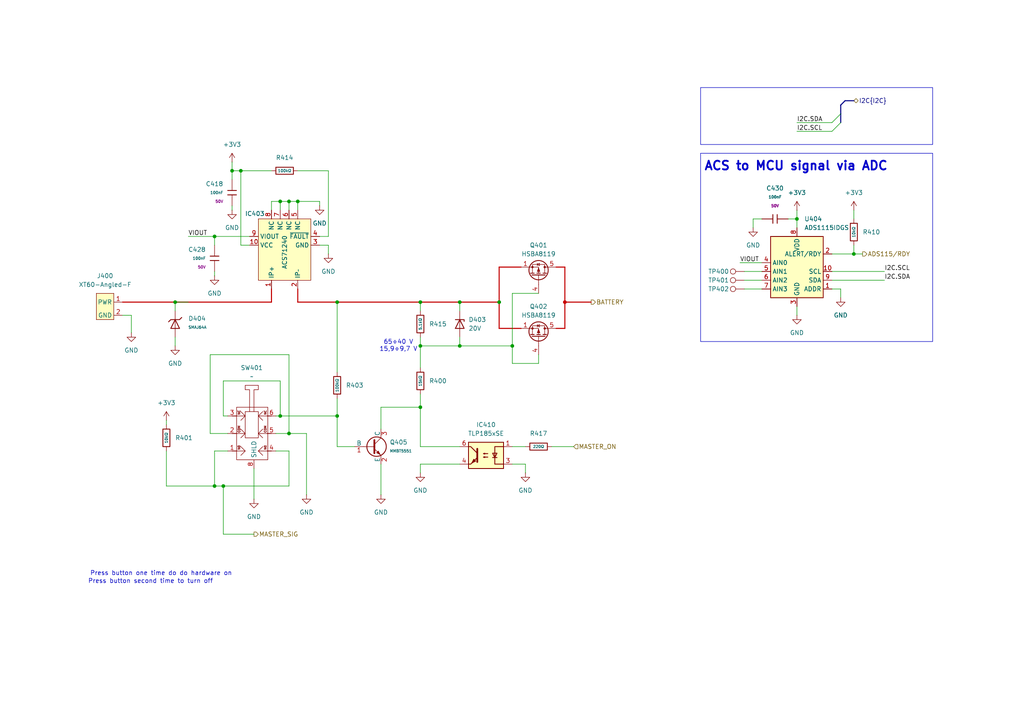
<source format=kicad_sch>
(kicad_sch (version 20250114) (generator "eeschema") (generator_version "9.0")
  (paper "A4")
  (lib_symbols
    (symbol "0402,10kΩ_1" (pin_numbers (hide yes)) (pin_names (offset 0))
      (property "Reference" "R" (at 1.778 0 0))
      (property "Value" "10kΩ" (at 0 0 90))
      (symbol "0402,10kΩ_1_0_1"
        (rectangle (start -1.016 2.54) (end 1.016 -2.54) (stroke (width 0.254)))
      )
      (symbol "0402,10kΩ_1_1_1"
        (pin passive line (at 0 3.81 270) (length 1.27) (name "~") (number "1"))
        (pin passive line (at 0 -3.81 90) (length 1.27) (name "~") (number "2"))
      )
    )
    (symbol "ACS71240KEXBLT-030B3:ACS71240KEXBLT-030B3"
      (property "Reference" "IC" (at 1.524 1.27 0))
      (property "Value" "ACS71240" (at 8.89 -7.62 0))
      (symbol "ACS71240KEXBLT-030B3_0_0"
        (pin input line (at -2.54 -3.81 0) (length 2.54) (name "IP+") (number "1"))
        (pin input line (at -2.54 -11.43 0) (length 2.54) (name "IP–") (number "2"))
        (pin power_in line (at 10.16 2.54 270) (length 2.54) (name "VCC") (number "10"))
        (pin power_in line (at 10.16 -17.78 90) (length 2.54) (name "GND") (number "3"))
        (pin output line (at 12.7 -17.78 90) (length 2.54) (name "~{FAULT}") (number "4"))
        (pin passive line (at 20.32 -3.81 180) (length 2.54) (name "NC") (number "8"))
        (pin passive line (at 20.32 -6.35 180) (length 2.54) (name "NC") (number "7"))
        (pin passive line (at 20.32 -8.89 180) (length 2.54) (name "NC") (number "6"))
        (pin passive line (at 20.32 -11.43 180) (length 2.54) (name "NC") (number "5"))
      )
      (symbol "ACS71240KEXBLT-030B3_1_0"
        (pin output line (at 12.7 2.54 270) (length 2.54) (name "VIOUT") (number "9"))
      )
      (symbol "ACS71240KEXBLT-030B3_1_1"
        (rectangle (start 0 0) (end 17.78 -15.24) (fill (type background)))
      )
    )
    (symbol "Connector:TestPoint" (pin_numbers (hide yes)) (pin_names (offset 0.762) (hide yes))
      (property "Reference" "TP" (at 0 6.858 0))
      (property "Value" "TestPoint" (at 0 5.08 0))
      (symbol "TestPoint_0_1"
        (circle (center 0 3.302) (radius 0.762))
      )
      (symbol "TestPoint_1_1"
        (pin passive line (at 0 0 90) (length 2.54) (name "1") (number "1"))
      )
    )
    (symbol "Device:D_Zener" (pin_numbers (hide yes)) (pin_names (offset 1.016) (hide yes))
      (property "Reference" "D" (at 0 2.54 0))
      (property "Value" "D_Zener" (at 0 -2.54 0))
      (symbol "D_Zener_0_1"
        (polyline (pts (xy -1.27 -1.27) (xy -1.27 1.27) (xy -0.762 1.27)) (stroke (width 0.254)))
        (polyline (pts (xy 1.27 0) (xy -1.27 0)))
        (polyline (pts (xy 1.27 -1.27) (xy 1.27 1.27) (xy -1.27 0) (xy 1.27 -1.27)) (stroke (width 0.254)))
      )
      (symbol "D_Zener_1_1"
        (pin passive line (at -3.81 0 0) (length 2.54) (name "K") (number "1"))
        (pin passive line (at 3.81 0 180) (length 2.54) (name "A") (number "2"))
      )
    )
    (symbol "Isolator:TLP185xSE"
      (property "Reference" "U" (at -5.08 5.08 0))
      (property "Value" "TLP185xSE" (at -5.08 -5.08 0))
      (symbol "TLP185xSE_0_1"
        (rectangle (start -5.08 3.81) (end 5.08 -3.81) (stroke (width 0.254)) (fill (type background)))
        (polyline (pts (xy -5.08 -2.54) (xy -2.54 -2.54) (xy -2.54 2.54) (xy -5.08 2.54)) (stroke (width 0.254)))
        (polyline (pts (xy -3.175 -0.635) (xy -1.905 -0.635)) (stroke (width 0.254)))
        (polyline (pts (xy -2.54 -0.635) (xy -3.175 0.635) (xy -1.905 0.635) (xy -2.54 -0.635)) (stroke (width 0.254)))
        (polyline (pts (xy -0.508 0.508) (xy 0.762 0.508) (xy 0.381 0.381) (xy 0.381 0.635) (xy 0.762 0.508)) (stroke (width 0.254)))
        (polyline (pts (xy -0.508 -0.508) (xy 0.762 -0.508) (xy 0.381 -0.635) (xy 0.381 -0.381) (xy 0.762 -0.508)) (stroke (width 0.254)))
        (polyline (pts (xy 2.54 1.905) (xy 2.54 -1.905)) (stroke (width 0.508)))
        (polyline (pts (xy 3.048 -1.651) (xy 3.556 -1.143) (xy 4.064 -2.159) (xy 3.048 -1.651)) (stroke (width 0.254)) (fill (type outline)))
        (polyline (pts (xy 5.08 2.54) (xy 4.445 2.54) (xy 2.54 0.635)) (stroke (width 0.254)))
        (polyline (pts (xy 5.08 -2.54) (xy 4.445 -2.54) (xy 2.54 -0.635)) (stroke (width 0.254)))
      )
      (symbol "TLP185xSE_1_1"
        (pin passive line (at -7.62 2.54 0) (length 2.54) (name "~") (number "1"))
        (pin passive line (at -7.62 -2.54 0) (length 2.54) (name "~") (number "3"))
        (pin passive line (at 7.62 2.54 180) (length 2.54) (name "~") (number "6"))
        (pin passive line (at 7.62 -2.54 180) (length 2.54) (name "~") (number "4"))
      )
    )
    (symbol "MCAC80P06YHE3:MCAC80P06YHE3"
      (property "Reference" "Q" (at 0 5.08 0))
      (property "Value" "HSBA8119" (at 0 3.048 0))
      (symbol "MCAC80P06YHE3_0_1"
        (polyline (pts (xy -2.54 0) (xy -1.778 0)))
        (polyline (pts (xy -2.286 -1.778) (xy -1.27 -1.778)) (stroke (width 0.254)))
        (polyline (pts (xy -1.905 -2.286) (xy 1.905 -2.286)) (stroke (width 0.254)))
        (circle (center -1.778 0) (radius 0.254) (fill (type outline)))
        (polyline (pts (xy -1.778 -1.778) (xy -1.778 0.762) (xy 1.778 0.762) (xy 1.778 -1.778)))
        (polyline (pts (xy -0.508 -1.778) (xy 0.508 -1.778)) (stroke (width 0.254)))
        (polyline (pts (xy 0 -0.254) (xy -0.381 -1.27) (xy 0.381 -1.27) (xy 0 -0.254)) (fill (type outline)))
        (circle (center 0 -0.889) (radius 2.794) (stroke (width 0.254)))
        (polyline (pts (xy 0 -2.286) (xy 0 -5.08)))
        (polyline (pts (xy 0.381 0.762) (xy -0.254 0.381) (xy -0.254 1.143) (xy 0.381 0.762)))
        (polyline (pts (xy 0.381 0.381) (xy 0.381 1.143)))
        (polyline (pts (xy 1.27 -1.778) (xy 2.286 -1.778)) (stroke (width 0.254)))
        (circle (center 1.778 0) (radius 0.254) (fill (type outline)))
        (polyline (pts (xy 2.54 0) (xy 0 0) (xy 0 -1.778)))
      )
      (symbol "MCAC80P06YHE3_1_0"
        (pin passive line (at -5.08 0 0) (length 2.54) (name "") (number "5"))
        (pin passive line (at -5.08 0 0) (length 2.54) (hide yes) (name "") (number "6"))
        (pin passive line (at -5.08 0 0) (length 2.54) (hide yes) (name "") (number "7"))
        (pin passive line (at -5.08 0 0) (length 2.54) (hide yes) (name "") (number "8"))
        (pin passive line (at -5.08 0 0) (length 2.54) (hide yes) (name "") (number "9"))
        (pin input line (at 0 -7.62 90) (length 2.54) (name "") (number "4"))
      )
      (symbol "MCAC80P06YHE3_1_1"
        (pin passive line (at 5.08 0 180) (length 2.54) (name "") (number "1"))
        (pin passive line (at 5.08 0 180) (length 2.54) (hide yes) (name "") (number "2"))
        (pin passive line (at 5.08 0 180) (length 2.54) (hide yes) (name "") (number "3"))
      )
    )
    (symbol "PCM_JLCPCB-Capacitors:0402,100nF,(2)" (pin_numbers (hide yes)) (pin_names (offset 0))
      (property "Reference" "C" (at 2.032 1.668 0))
      (property "Value" "100nF" (at 2.032 -0.3782 0))
      (property "Voltage Rated" "50V" (at 2.032 -2.0462 0))
      (symbol "0402,100nF,(2)_0_1"
        (polyline (pts (xy -1.27 0.635) (xy 1.27 0.635)) (stroke (width 0.254)))
        (polyline (pts (xy -1.27 -0.635) (xy 1.27 -0.635)) (stroke (width 0.254)))
      )
      (symbol "0402,100nF,(2)_1_1"
        (pin passive line (at 0 3.81 270) (length 3.175) (name "~") (number "1"))
        (pin passive line (at 0 -3.81 90) (length 3.175) (name "~") (number "2"))
      )
    )
    (symbol "PCM_JLCPCB-Diodes:TVS-Uni,SMAJ64A" (pin_numbers (hide yes)) (pin_names (offset 0))
      (property "Reference" "D" (at 2.032 0.834 0))
      (property "Value" "SMAJ64A" (at 2.032 -1.2122 0))
      (symbol "TVS-Uni,SMAJ64A_0_1"
        (polyline (pts (xy -1.905 -1.905) (xy -1.27 -1.27) (xy 1.27 -1.27) (xy 1.905 -0.635)) (stroke (width 0.254)))
        (polyline (pts (xy -1.27 1.27) (xy 0 -1.27) (xy 1.27 1.27) (xy -1.27 1.27)) (stroke (width 0.254)))
      )
      (symbol "TVS-Uni,SMAJ64A_1_1"
        (pin passive line (at 0 3.81 270) (length 3.81) (name "~") (number "2"))
        (pin passive line (at 0 -3.81 90) (length 3.81) (name "~") (number "1"))
      )
    )
    (symbol "PCM_JLCPCB-Extended:ADC, ADS1115IDGS"
      (property "Reference" "U" (at 2.54 13.97 0))
      (property "Value" "ADS1115IDGS" (at 7.62 11.43 0))
      (symbol "ADC, ADS1115IDGS_0_1"
        (rectangle (start -7.62 10.16) (end 7.62 -7.62) (stroke (width 0.254)) (fill (type background)))
      )
      (symbol "ADC, ADS1115IDGS_1_1"
        (pin input line (at -10.16 2.54 0) (length 2.54) (name "AIN0") (number "4"))
        (pin input line (at -10.16 0 0) (length 2.54) (name "AIN1") (number "5"))
        (pin input line (at -10.16 -2.54 0) (length 2.54) (name "AIN2") (number "6"))
        (pin input line (at -10.16 -5.08 0) (length 2.54) (name "AIN3") (number "7"))
        (pin power_in line (at 0 12.7 270) (length 2.54) (name "VDD") (number "8"))
        (pin power_in line (at 0 -10.16 90) (length 2.54) (name "GND") (number "3"))
        (pin output line (at 10.16 5.08 180) (length 2.54) (name "ALERT/RDY") (number "2"))
        (pin input line (at 10.16 0 180) (length 2.54) (name "SCL") (number "10"))
        (pin bidirectional line (at 10.16 -2.54 180) (length 2.54) (name "SDA") (number "9"))
        (pin input line (at 10.16 -5.08 180) (length 2.54) (name "ADDR") (number "1"))
      )
    )
    (symbol "PCM_JLCPCB-Resistors:0402,100kΩ" (pin_numbers (hide yes)) (pin_names (offset 0))
      (property "Reference" "R" (at 1.778 0 0))
      (property "Value" "100kΩ" (at 0 0 90))
      (symbol "0402,100kΩ_0_1"
        (rectangle (start -1.016 2.54) (end 1.016 -2.54) (stroke (width 0.254)))
      )
      (symbol "0402,100kΩ_1_1"
        (pin passive line (at 0 3.81 270) (length 1.27) (name "~") (number "1"))
        (pin passive line (at 0 -3.81 90) (length 1.27) (name "~") (number "2"))
      )
    )
    (symbol "PCM_JLCPCB-Resistors:0402,10kΩ" (pin_numbers (hide yes)) (pin_names (offset 0))
      (property "Reference" "R" (at 1.778 0 0))
      (property "Value" "10kΩ" (at 0 0 90))
      (symbol "0402,10kΩ_0_1"
        (rectangle (start -1.016 2.54) (end 1.016 -2.54) (stroke (width 0.254)))
      )
      (symbol "0402,10kΩ_1_1"
        (pin passive line (at 0 3.81 270) (length 1.27) (name "~") (number "1"))
        (pin passive line (at 0 -3.81 90) (length 1.27) (name "~") (number "2"))
      )
    )
    (symbol "PCM_JLCPCB-Resistors:0402,220Ω" (pin_numbers (hide yes)) (pin_names (offset 0))
      (property "Reference" "R" (at 1.778 0 0))
      (property "Value" "220Ω" (at 0 0 90))
      (symbol "0402,220Ω_0_1"
        (rectangle (start -1.016 2.54) (end 1.016 -2.54) (stroke (width 0.254)))
      )
      (symbol "0402,220Ω_1_1"
        (pin passive line (at 0 3.81 270) (length 1.27) (name "~") (number "1"))
        (pin passive line (at 0 -3.81 90) (length 1.27) (name "~") (number "2"))
      )
    )
    (symbol "PCM_JLCPCB-Resistors:0603,100kΩ" (pin_numbers (hide yes)) (pin_names (offset 0))
      (property "Reference" "R" (at 1.778 0 0))
      (property "Value" "100kΩ" (at 0 0 90))
      (symbol "0603,100kΩ_0_1"
        (rectangle (start -1.016 2.54) (end 1.016 -2.54) (stroke (width 0.254)))
      )
      (symbol "0603,100kΩ_1_1"
        (pin passive line (at 0 3.81 270) (length 1.27) (name "~") (number "1"))
        (pin passive line (at 0 -3.81 90) (length 1.27) (name "~") (number "2"))
      )
    )
    (symbol "PCM_JLCPCB-Resistors:0603,15kΩ" (pin_numbers (hide yes)) (pin_names (offset 0))
      (property "Reference" "R" (at 1.778 0 0))
      (property "Value" "15kΩ" (at 0 0 90))
      (symbol "0603,15kΩ_0_1"
        (rectangle (start -1.016 2.54) (end 1.016 -2.54) (stroke (width 0.254)))
      )
      (symbol "0603,15kΩ_1_1"
        (pin passive line (at 0 3.81 270) (length 1.27) (name "~") (number "1"))
        (pin passive line (at 0 -3.81 90) (length 1.27) (name "~") (number "2"))
      )
    )
    (symbol "PCM_JLCPCB-Resistors:0603,5.1kΩ" (pin_numbers (hide yes)) (pin_names (offset 0))
      (property "Reference" "R" (at 1.778 0 0))
      (property "Value" "5.1kΩ" (at 0 0 90))
      (symbol "0603,5.1kΩ_0_1"
        (rectangle (start -1.016 2.54) (end 1.016 -2.54) (stroke (width 0.254)))
      )
      (symbol "0603,5.1kΩ_1_1"
        (pin passive line (at 0 3.81 270) (length 1.27) (name "~") (number "1"))
        (pin passive line (at 0 -3.81 90) (length 1.27) (name "~") (number "2"))
      )
    )
    (symbol "PCM_JLCPCB-Transistors:NPN,MMBT5551" (pin_names (offset 0))
      (property "Reference" "Q" (at 4.8514 0.834 0))
      (property "Value" "MMBT5551" (at 4.8514 -1.2122 0))
      (symbol "NPN,MMBT5551_0_1"
        (polyline (pts (xy -2.54 0) (xy 0.635 0)) (stroke (width 0.1524)))
        (polyline (pts (xy 0.635 1.905) (xy 0.635 -1.905) (xy 0.635 -1.905)) (stroke (width 0.508)))
        (polyline (pts (xy 0.635 0.635) (xy 2.54 2.54)))
        (polyline (pts (xy 0.635 -0.635) (xy 2.54 -2.54) (xy 2.54 -2.54)))
        (circle (center 1.27 0) (radius 2.8194) (stroke (width 0.254)))
        (polyline (pts (xy 1.27 -1.778) (xy 1.778 -1.27) (xy 2.286 -2.286) (xy 1.27 -1.778) (xy 1.27 -1.778)) (fill (type outline)))
        (polyline (pts (xy 2.794 -1.27) (xy 2.794 -1.27)) (stroke (width 0.1524)))
        (polyline (pts (xy 2.794 -1.27) (xy 2.794 -1.27)) (stroke (width 0.1524)))
      )
      (symbol "NPN,MMBT5551_1_1"
        (pin input line (at -5.08 0 0) (length 2.54) (name "B") (number "1"))
        (pin open_collector line (at 2.54 5.08 270) (length 2.54) (name "C") (number "3"))
        (pin open_emitter line (at 2.54 -5.08 90) (length 2.54) (name "E") (number "2"))
      )
    )
    (symbol "PS-22F03:PS-22F03"
      (property "Reference" "SW401" (at 19.05 0.635 90))
      (property "Value" "~" (at 16.51 0.635 90))
      (symbol "PS-22F03_0_1"
        (rectangle (start -7.62 5.0318) (end 7.62 -4.0143))
        (polyline (pts (xy -5.08 6.35) (xy -5.08 2.54)))
        (polyline (pts (xy -5.08 2.54) (xy -6.35 3.81)))
        (polyline (pts (xy -5.08 2.54) (xy -3.81 3.81)))
        (polyline (pts (xy -5.08 -1.27) (xy -6.35 -2.54)))
        (polyline (pts (xy -5.08 -1.27) (xy -3.81 -2.54)))
        (polyline (pts (xy -5.08 -5.08) (xy -5.08 -1.27)))
        (rectangle (start -1.27 2.54) (end 6.35 -1.27))
        (polyline (pts (xy 0 6.35) (xy 0 2.54)))
        (polyline (pts (xy 0 2.54) (xy -1.27 3.81)))
        (polyline (pts (xy 0 2.54) (xy 1.27 3.81)))
        (polyline (pts (xy 0 -1.27) (xy -1.27 -2.54)))
        (polyline (pts (xy 0 -1.27) (xy 1.27 -2.54)))
        (polyline (pts (xy 0 -5.08) (xy 0 -1.27)))
        (polyline (pts (xy 5.08 6.35) (xy 5.08 2.54)))
        (polyline (pts (xy 5.08 2.54) (xy 3.81 3.81)))
        (polyline (pts (xy 5.08 2.54) (xy 6.35 3.81)))
        (polyline (pts (xy 5.08 -1.27) (xy 3.81 -2.54)))
        (polyline (pts (xy 5.08 -1.27) (xy 6.35 -2.54)))
        (polyline (pts (xy 5.08 -5.08) (xy 5.08 -1.27)))
        (polyline (pts (xy 6.35 1.27) (xy 12.7 1.27) (xy 12.7 2.54) (xy 13.97 2.54) (xy 13.97 -1.27) (xy 12.7 -1.27) (xy 12.7 0) (xy 6.35 0)))
        (polyline (pts (xy 10.16 0) (xy 10.16 0)))
      )
      (symbol "PS-22F03_1_1"
        (text "N0\n" (at -4.064 4.318 0) (effects (font (size 0.635 0.635))))
        (text "N0\n" (at -4.064 -3.302 0) (effects (font (size 0.635 0.635))))
        (text "COM" (at 1.27 4.318 0) (effects (font (size 0.635 0.635))))
        (text "COM" (at 1.27 -3.302 0) (effects (font (size 0.635 0.635))))
        (text "NC\n" (at 6.096 4.318 0) (effects (font (size 0.635 0.635))))
        (text "NC\n" (at 6.096 -3.302 0) (effects (font (size 0.635 0.635))))
        (pin input line (at -10.16 0 0) (length 2.54) (hide yes) (name "SHLD") (number "7"))
        (pin input line (at -10.16 0 0) (length 2.54) (name "SHLD") (number "8"))
        (pin input line (at -5.08 7.62 270) (length 2.54) (name "NO") (number "1"))
        (pin input line (at -5.08 -6.35 90) (length 2.54) (name "NO") (number "4"))
        (pin input line (at 0 7.62 270) (length 2.54) (name "COM") (number "2"))
        (pin input line (at 0 -6.35 90) (length 2.54) (name "COM") (number "5"))
        (pin input line (at 5.08 7.62 270) (length 2.54) (name "NC") (number "3"))
        (pin input line (at 5.08 -6.35 90) (length 2.54) (name "NC") (number "6"))
      )
    )
    (symbol "XT60PW:XT60-Angled-F"
      (property "Reference" "J" (at -0.762 7.112 0))
      (property "Value" "XT60-Angled-F" (at -0.762 7.112 0))
      (symbol "XT60-Angled-F_1_1"
        (rectangle (start -2.54 3.81) (end 2.54 -3.81) (fill (type background)))
        (pin input line (at 5.08 1.27 180) (length 2.54) (name "PWR") (number "1"))
        (pin input line (at 5.08 -2.54 180) (length 2.54) (name "GND") (number "2"))
      )
    )
    (symbol "power:+3V3" (power) (pin_numbers (hide yes)) (pin_names (offset 0) (hide yes))
      (property "Value" "+3V3" (at 0 3.556 0))
      (symbol "+3V3_0_1"
        (polyline (pts (xy -0.762 1.27) (xy 0 2.54)))
        (polyline (pts (xy 0 2.54) (xy 0.762 1.27)))
        (polyline (pts (xy 0 0) (xy 0 2.54)))
      )
      (symbol "+3V3_1_1"
        (pin power_in line (at 0 0 90) (length 0) (name "~") (number "1"))
      )
    )
    (symbol "power:GND" (power) (pin_numbers (hide yes)) (pin_names (offset 0) (hide yes))
      (property "Value" "GND" (at 0 -3.81 0))
      (symbol "GND_0_1"
        (polyline (pts (xy 0 0) (xy 0 -1.27) (xy 1.27 -1.27) (xy 0 -2.54) (xy -1.27 -1.27) (xy 0 -1.27)))
      )
      (symbol "GND_1_1"
        (pin power_in line (at 0 0 270) (length 0) (name "~") (number "1"))
      )
    )
  )
  (rectangle (start 203.2 44.45) (end 270.51 99.06))
  (rectangle (start 203.2 25.4) (end 270.51 41.91))
  (text "Press button second time to turn off" (at 43.688 168.656 0) (effects (font (size 1.27 1.27))))
  (text "65÷40 V\n15,9÷9,7 V" (at 115.57 100.33 0) (effects (font (size 1.27 1.27))))
  (text "ACS to MCU signal via ADC" (at 230.886 48.26 0) (effects (font (size 2.54 2.54) (thickness 0.508) (bold yes))))
  (text "Press button one time do do hardware on" (at 46.736 166.37 0) (effects (font (size 1.27 1.27))))
  (junction (at 83.82 125.73))
  (junction (at 97.79 120.65))
  (junction (at 81.28 120.65))
  (junction (at 81.28 58.42))
  (junction (at 67.31 49.53))
  (junction (at 121.92 87.63))
  (junction (at 62.23 140.97))
  (junction (at 247.65 73.66))
  (junction (at 121.92 118.11))
  (junction (at 163.83 87.63) (color 194 0 0 1))
  (junction (at 86.36 58.42))
  (junction (at 144.78 87.63))
  (junction (at 231.14 63.5))
  (junction (at 62.23 68.58))
  (junction (at 148.59 100.33))
  (junction (at 69.85 49.53))
  (junction (at 50.8 87.63))
  (junction (at 83.82 58.42))
  (junction (at 133.35 87.63))
  (junction (at 97.79 87.63))
  (junction (at 121.92 100.33))
  (junction (at 64.77 140.97))
  (junction (at 133.35 100.33))
  (bus_entry (at 243.84 35.56) (size -2.54 2.54))
  (bus_entry (at 243.84 33.02) (size -2.54 2.54))
  (wire (pts (xy 83.82 60.96) (xy 83.82 58.42)))
  (wire (pts (xy 152.4 137.16) (xy 152.4 134.62)))
  (wire (pts (xy 86.36 87.63) (xy 97.79 87.63)) (stroke (width 0.3048) (color 194 0 0 1)))
  (wire (pts (xy 166.37 129.54) (xy 160.02 129.54)))
  (wire (pts (xy 86.36 49.53) (xy 95.25 49.53)))
  (wire (pts (xy 69.85 49.53) (xy 69.85 71.12)))
  (wire (pts (xy 66.04 130.81) (xy 62.23 130.81)))
  (wire (pts (xy 35.56 87.63) (xy 50.8 87.63)) (stroke (width 0.3048) (color 194 0 0 1)))
  (wire (pts (xy 247.65 60.96) (xy 247.65 63.5)))
  (wire (pts (xy 83.82 58.42) (xy 86.36 58.42)))
  (wire (pts (xy 241.3 35.56) (xy 231.14 35.56)))
  (wire (pts (xy 38.1 91.44) (xy 35.56 91.44)))
  (wire (pts (xy 81.28 58.42) (xy 81.28 60.96)))
  (wire (pts (xy 218.44 66.04) (xy 218.44 63.5)))
  (wire (pts (xy 67.31 59.69) (xy 67.31 60.96)))
  (wire (pts (xy 161.29 77.47) (xy 163.83 77.47)) (stroke (width 0.3048) (color 194 0 0 1)))
  (wire (pts (xy 64.77 110.49) (xy 64.77 120.65)))
  (wire (pts (xy 241.3 78.74) (xy 256.54 78.74)))
  (wire (pts (xy 88.9 143.51) (xy 88.9 125.73)))
  (wire (pts (xy 247.65 73.66) (xy 247.65 71.12)))
  (wire (pts (xy 50.8 87.63) (xy 78.74 87.63)) (stroke (width 0.3048) (color 194 0 0 1)))
  (wire (pts (xy 231.14 63.5) (xy 231.14 66.04)))
  (wire (pts (xy 144.78 87.63) (xy 144.78 95.25)) (stroke (width 0.3048) (color 194 0 0 1)))
  (wire (pts (xy 67.31 49.53) (xy 67.31 52.07)))
  (wire (pts (xy 83.82 102.87) (xy 60.96 102.87)))
  (wire (pts (xy 62.23 68.58) (xy 72.39 68.58)))
  (wire (pts (xy 121.92 129.54) (xy 133.35 129.54)))
  (wire (pts (xy 121.92 114.3) (xy 121.92 118.11)))
  (wire (pts (xy 215.9 81.28) (xy 220.98 81.28)))
  (wire (pts (xy 215.9 83.82) (xy 220.98 83.82)))
  (wire (pts (xy 121.92 87.63) (xy 121.92 90.17)))
  (wire (pts (xy 110.49 124.46) (xy 110.49 118.11)))
  (wire (pts (xy 241.3 73.66) (xy 247.65 73.66)))
  (wire (pts (xy 97.79 129.54) (xy 102.87 129.54)))
  (wire (pts (xy 97.79 120.65) (xy 97.79 129.54)))
  (wire (pts (xy 97.79 87.63) (xy 121.92 87.63)) (stroke (width 0.3048) (color 194 0 0 1)))
  (wire (pts (xy 241.3 83.82) (xy 243.84 83.82)))
  (wire (pts (xy 81.28 58.42) (xy 83.82 58.42)))
  (wire (pts (xy 50.8 100.33) (xy 50.8 97.79)))
  (wire (pts (xy 121.92 87.63) (xy 133.35 87.63)) (stroke (width 0.3048) (color 194 0 0 1)))
  (wire (pts (xy 163.83 87.63) (xy 163.83 95.25)) (stroke (width 0.3048) (color 194 0 0 1)))
  (wire (pts (xy 80.01 125.73) (xy 83.82 125.73)))
  (wire (pts (xy 86.36 58.42) (xy 86.36 60.96)))
  (wire (pts (xy 86.36 83.82) (xy 86.36 87.63)) (stroke (width 0.3048) (color 194 0 0 1)))
  (wire (pts (xy 64.77 140.97) (xy 83.82 140.97)))
  (wire (pts (xy 80.01 120.65) (xy 81.28 120.65)))
  (wire (pts (xy 121.92 118.11) (xy 121.92 129.54)))
  (wire (pts (xy 152.4 129.54) (xy 148.59 129.54)))
  (wire (pts (xy 215.9 78.74) (xy 220.98 78.74)))
  (wire (pts (xy 148.59 100.33) (xy 148.59 105.41)))
  (wire (pts (xy 67.31 46.99) (xy 67.31 49.53)))
  (bus (pts (xy 243.84 33.02) (xy 243.84 35.56)))
  (wire (pts (xy 121.92 100.33) (xy 133.35 100.33)))
  (wire (pts (xy 78.74 58.42) (xy 81.28 58.42)))
  (wire (pts (xy 163.83 77.47) (xy 163.83 87.63)) (stroke (width 0.3048) (color 194 0 0 1)))
  (wire (pts (xy 231.14 60.96) (xy 231.14 63.5)))
  (wire (pts (xy 218.44 63.5) (xy 220.98 63.5)))
  (wire (pts (xy 133.35 87.63) (xy 144.78 87.63)) (stroke (width 0.3048) (color 194 0 0 1)))
  (wire (pts (xy 64.77 154.94) (xy 64.77 140.97)))
  (wire (pts (xy 156.21 105.41) (xy 156.21 102.87)))
  (wire (pts (xy 83.82 125.73) (xy 83.82 102.87)))
  (wire (pts (xy 72.39 71.12) (xy 69.85 71.12)))
  (wire (pts (xy 83.82 140.97) (xy 83.82 130.81)))
  (wire (pts (xy 97.79 115.57) (xy 97.79 120.65)))
  (wire (pts (xy 241.3 81.28) (xy 256.54 81.28)))
  (bus (pts (xy 245.11 29.21) (xy 243.84 30.48)))
  (wire (pts (xy 110.49 118.11) (xy 121.92 118.11)))
  (wire (pts (xy 163.83 87.63) (xy 171.45 87.63)) (stroke (width 0.3048) (color 194 0 0 1)))
  (wire (pts (xy 95.25 68.58) (xy 92.71 68.58)))
  (wire (pts (xy 148.59 105.41) (xy 156.21 105.41)))
  (wire (pts (xy 152.4 134.62) (xy 148.59 134.62)))
  (wire (pts (xy 144.78 77.47) (xy 144.78 87.63)) (stroke (width 0.3048) (color 194 0 0 1)))
  (wire (pts (xy 62.23 140.97) (xy 64.77 140.97)))
  (wire (pts (xy 121.92 97.79) (xy 121.92 100.33)))
  (bus (pts (xy 247.65 29.21) (xy 245.11 29.21)))
  (wire (pts (xy 95.25 49.53) (xy 95.25 68.58)))
  (wire (pts (xy 62.23 78.74) (xy 62.23 80.01)))
  (wire (pts (xy 67.31 49.53) (xy 69.85 49.53)))
  (wire (pts (xy 228.6 63.5) (xy 231.14 63.5)))
  (wire (pts (xy 78.74 60.96) (xy 78.74 58.42)))
  (wire (pts (xy 133.35 134.62) (xy 121.92 134.62)))
  (wire (pts (xy 92.71 58.42) (xy 92.71 59.69)))
  (bus (pts (xy 243.84 30.48) (xy 243.84 33.02)))
  (wire (pts (xy 86.36 58.42) (xy 92.71 58.42)))
  (wire (pts (xy 62.23 130.81) (xy 62.23 140.97)))
  (wire (pts (xy 73.66 135.89) (xy 73.66 144.78)))
  (wire (pts (xy 133.35 87.63) (xy 133.35 90.17)))
  (wire (pts (xy 60.96 125.73) (xy 66.04 125.73)))
  (wire (pts (xy 133.35 100.33) (xy 148.59 100.33)))
  (wire (pts (xy 92.71 71.12) (xy 95.25 71.12)))
  (wire (pts (xy 48.26 130.81) (xy 48.26 140.97)))
  (wire (pts (xy 50.8 87.63) (xy 54.61 87.63)))
  (wire (pts (xy 81.28 110.49) (xy 64.77 110.49)))
  (wire (pts (xy 243.84 83.82) (xy 243.84 86.36)))
  (wire (pts (xy 81.28 110.49) (xy 81.28 120.65)))
  (wire (pts (xy 148.59 85.09) (xy 148.59 100.33)))
  (wire (pts (xy 231.14 88.9) (xy 231.14 91.44)))
  (wire (pts (xy 95.25 71.12) (xy 95.25 73.66)))
  (wire (pts (xy 60.96 102.87) (xy 60.96 125.73)))
  (wire (pts (xy 48.26 140.97) (xy 62.23 140.97)))
  (wire (pts (xy 161.29 95.25) (xy 163.83 95.25)) (stroke (width 0.3048) (color 194 0 0 1)))
  (wire (pts (xy 64.77 120.65) (xy 66.04 120.65)))
  (wire (pts (xy 156.21 85.09) (xy 148.59 85.09)))
  (wire (pts (xy 121.92 100.33) (xy 121.92 106.68)))
  (wire (pts (xy 214.63 76.2) (xy 220.98 76.2)))
  (wire (pts (xy 69.85 49.53) (xy 78.74 49.53)))
  (wire (pts (xy 97.79 87.63) (xy 97.79 107.95)))
  (wire (pts (xy 247.65 73.66) (xy 250.19 73.66)))
  (wire (pts (xy 48.26 121.92) (xy 48.26 123.19)))
  (wire (pts (xy 241.3 38.1) (xy 231.14 38.1)))
  (wire (pts (xy 88.9 125.73) (xy 83.82 125.73)))
  (wire (pts (xy 73.66 154.94) (xy 64.77 154.94)))
  (wire (pts (xy 62.23 71.12) (xy 62.23 68.58)))
  (wire (pts (xy 54.61 68.58) (xy 62.23 68.58)))
  (wire (pts (xy 83.82 130.81) (xy 80.01 130.81)))
  (wire (pts (xy 110.49 134.62) (xy 110.49 143.51)))
  (wire (pts (xy 133.35 97.79) (xy 133.35 100.33)))
  (wire (pts (xy 81.28 120.65) (xy 97.79 120.65)))
  (wire (pts (xy 144.78 95.25) (xy 151.13 95.25)) (stroke (width 0.3048) (color 194 0 0 1)))
  (wire (pts (xy 50.8 90.17) (xy 50.8 87.63)))
  (wire (pts (xy 38.1 91.44) (xy 38.1 96.52)))
  (wire (pts (xy 144.78 77.47) (xy 151.13 77.47)) (stroke (width 0.3048) (color 194 0 0 1)))
  (wire (pts (xy 121.92 137.16) (xy 121.92 134.62)))
  (wire (pts (xy 78.74 87.63) (xy 78.74 83.82)) (stroke (width 0.3048) (color 194 0 0 1)))
  (label "I2C.SDA" (at 231.14 35.56 0))
  (label "I2C.SDA" (at 256.54 81.28 0))
  (label "VIOUT" (at 214.63 76.2 0))
  (label "I2C.SCL" (at 256.54 78.74 0))
  (label "VIOUT" (at 54.61 68.58 0))
  (label "I2C.SCL" (at 231.14 38.1 0))
  (hierarchical_label "MASTER_ON" (shape input) (at 166.37 129.54 0))
  (hierarchical_label "MASTER_SIG" (shape output) (at 73.66 154.94 0))
  (hierarchical_label "ADS115{slash}RDY" (shape output) (at 250.19 73.66 0))
  (hierarchical_label "I2C{I2C}" (shape bidirectional) (at 247.65 29.21 0))
  (hierarchical_label "BATTERY" (shape output) (at 171.45 87.63 0))
  (symbol (lib_id "power:GND") (at 67.31 60.96 0) (unit 1)
    (property "Reference" "#PWR0456" (effects (hide yes)))
    (property "Value" "GND" (at 67.31 66.04 0))
    (property "Description" "Power symbol creates a global label with name \"GND\" , ground" (effects (hide yes)))
  )
  (symbol (lib_id "power:GND") (at 110.49 143.51 0) (unit 1)
    (property "Reference" "#PWR0400" (effects (hide yes)))
    (property "Value" "GND" (at 110.49 148.59 0))
    (property "Description" "Power symbol creates a global label with name \"GND\" , ground" (effects (hide yes)))
  )
  (symbol (lib_id "PS-22F03:PS-22F03") (at 73.66 125.73 90) (unit 1)
    (property "Reference" "SW401" (at 73.025 106.68 90))
    (property "Value" "~" (at 73.025 109.22 90))
    (property "Footprint" "PS-22F03:SW-TH_G-SWITCH-PS-22F03N" (effects (hide yes)))
  )
  (symbol (lib_id "power:GND") (at 152.4 137.16 0) (unit 1)
    (property "Reference" "#PWR0466" (effects (hide yes)))
    (property "Value" "GND" (at 152.4 142.24 0))
    (property "Description" "Power symbol creates a global label with name \"GND\" , ground" (effects (hide yes)))
  )
  (symbol (lib_id "Connector:TestPoint") (at 215.9 78.74 90) (unit 1) (in_bom no)
    (property "Reference" "TP400" (at 211.455 78.74 90) (effects (justify left)))
    (property "Value" "TestPoint" (effects (hide yes)))
    (property "Footprint" "TestPoint:TestPoint_Pad_D1.0mm" (effects (hide yes)))
    (property "Description" "test point" (effects (hide yes)))
  )
  (symbol (lib_id "power:GND") (at 121.92 137.16 0) (unit 1)
    (property "Reference" "#PWR0464" (effects (hide yes)))
    (property "Value" "GND" (at 121.92 142.24 0))
    (property "Description" "Power symbol creates a global label with name \"GND\" , ground" (effects (hide yes)))
  )
  (symbol (lib_id "power:GND") (at 50.8 100.33 0) (unit 1)
    (property "Reference" "#PWR0465" (effects (hide yes)))
    (property "Value" "GND" (at 50.8 105.41 0))
    (property "Description" "Power symbol creates a global label with name \"GND\" , ground" (effects (hide yes)))
  )
  (symbol (lib_id "power:GND") (at 95.25 73.66 0) (unit 1)
    (property "Reference" "#PWR0463" (effects (hide yes)))
    (property "Value" "GND" (at 95.25 78.74 0))
    (property "Description" "Power symbol creates a global label with name \"GND\" , ground" (effects (hide yes)))
  )
  (symbol (lib_id "PCM_JLCPCB-Resistors:0603,15kΩ") (at 121.92 110.49 0) (unit 1)
    (property "Reference" "R400" (at 124.46 110.4899 0) (effects (justify left)))
    (property "Value" "15kΩ" (at 121.92 110.49 90) (effects (font (size 0.8 0.8))))
    (property "Footprint" "PCM_JLCPCB:R_0603" (effects (hide yes)))
    (property "Datasheet" "https://www.lcsc.com/datasheet/lcsc_datasheet_2206010130_UNI-ROYAL-Uniroyal-Elec-0603WAF1502T5E_C22809.pdf" (effects (hide yes)))
    (property "Description" "100mW Thick Film Resistors 75V ±100ppm/°C ±1% 15kΩ 0603 Chip Resistor - Surface Mount ROHS" (effects (hide yes)))
    (property "LCSC" "C22809" (effects (hide yes)))
    (property "Stock" "1291222" (effects (hide yes)))
    (property "Price" "0.004USD" (effects (hide yes)))
    (property "Process" "SMT" (effects (hide yes)))
    (property "Minimum Qty" "20" (effects (hide yes)))
    (property "Attrition Qty" "10" (effects (hide yes)))
    (property "Class" "Basic Component" (effects (hide yes)))
    (property "Category" "Resistors,Chip Resistor - Surface Mount" (effects (hide yes)))
    (property "Manufacturer" "UNI-ROYAL(Uniroyal Elec)" (effects (hide yes)))
    (property "Part" "0603WAF1502T5E" (effects (hide yes)))
    (property "Resistance" "15kΩ" (effects (hide yes)))
    (property "Power(Watts)" "100mW" (effects (hide yes)))
    (property "Type" "Thick Film Resistors" (effects (hide yes)))
    (property "Overload Voltage (Max)" "75V" (effects (hide yes)))
    (property "Operating Temperature Range" "-55°C~+155°C" (effects (hide yes)))
    (property "Tolerance" "±1%" (effects (hide yes)))
    (property "Temperature Coefficient" "±100ppm/°C" (effects (hide yes)))
  )
  (symbol (lib_id "power:+3V3") (at 231.14 60.96 0) (unit 1)
    (property "Reference" "#PWR0489" (effects (hide yes)))
    (property "Value" "+3V3" (at 231.14 55.88 0))
    (property "Description" "Power symbol creates a global label with name \"+3V3\"" (effects (hide yes)))
  )
  (symbol (lib_id "PCM_JLCPCB-Resistors:0402,10kΩ") (at 247.65 67.31 0) (unit 1)
    (property "Reference" "R410" (at 250.19 67.3099 0) (effects (justify left)))
    (property "Value" "10kΩ" (at 247.65 67.31 90) (effects (font (size 0.8 0.8))))
    (property "Footprint" "PCM_JLCPCB:R_0402" (effects (hide yes)))
    (property "Datasheet" "https://www.lcsc.com/datasheet/lcsc_datasheet_2411221126_UNI-ROYAL-Uniroyal-Elec-0402WGF1002TCE_C25744.pdf" (effects (hide yes)))
    (property "Description" "62.5mW Thick Film Resistors 50V ±100ppm/°C ±1% 10kΩ 0402 Chip Resistor - Surface Mount ROHS" (effects (hide yes)))
    (property "LCSC" "C25744" (effects (hide yes)))
    (property "Stock" "24372091" (effects (hide yes)))
    (property "Price" "0.004USD" (effects (hide yes)))
    (property "Process" "SMT" (effects (hide yes)))
    (property "Minimum Qty" "20" (effects (hide yes)))
    (property "Attrition Qty" "10" (effects (hide yes)))
    (property "Class" "Basic Component" (effects (hide yes)))
    (property "Category" "Resistors,Chip Resistor - Surface Mount" (effects (hide yes)))
    (property "Manufacturer" "UNI-ROYAL(Uniroyal Elec)" (effects (hide yes)))
    (property "Part" "0402WGF1002TCE" (effects (hide yes)))
    (property "Resistance" "10kΩ" (effects (hide yes)))
    (property "Power(Watts)" "62.5mW" (effects (hide yes)))
    (property "Type" "Thick Film Resistors" (effects (hide yes)))
    (property "Overload Voltage (Max)" "50V" (effects (hide yes)))
    (property "Operating Temperature Range" "-55°C~+155°C" (effects (hide yes)))
    (property "Tolerance" "±1%" (effects (hide yes)))
    (property "Temperature Coefficient" "±100ppm/°C" (effects (hide yes)))
  )
  (symbol (lib_id "PCM_JLCPCB-Resistors:0402,220Ω") (at 156.21 129.54 90) (unit 1)
    (property "Reference" "R417" (at 156.21 125.73 90))
    (property "Value" "220Ω" (at 156.21 129.54 90) (effects (font (size 0.8 0.8))))
    (property "Footprint" "PCM_JLCPCB:R_0402" (effects (hide yes)))
    (property "Datasheet" "https://www.lcsc.com/datasheet/lcsc_datasheet_2205311900_UNI-ROYAL-Uniroyal-Elec-0402WGF2200TCE_C25091.pdf" (effects (hide yes)))
    (property "Description" "62.5mW Thick Film Resistors 50V ±100ppm/°C ±1% 220Ω 0402 Chip Resistor - Surface Mount ROHS" (effects (hide yes)))
    (property "LCSC" "C25091" (effects (hide yes)))
    (property "Stock" "617243" (effects (hide yes)))
    (property "Price" "0.004USD" (effects (hide yes)))
    (property "Process" "SMT" (effects (hide yes)))
    (property "Minimum Qty" "20" (effects (hide yes)))
    (property "Attrition Qty" "10" (effects (hide yes)))
    (property "Class" "Basic Component" (effects (hide yes)))
    (property "Category" "Resistors,Chip Resistor - Surface Mount" (effects (hide yes)))
    (property "Manufacturer" "UNI-ROYAL(Uniroyal Elec)" (effects (hide yes)))
    (property "Part" "0402WGF2200TCE" (effects (hide yes)))
    (property "Resistance" "220Ω" (effects (hide yes)))
    (property "Power(Watts)" "62.5mW" (effects (hide yes)))
    (property "Type" "Thick Film Resistors" (effects (hide yes)))
    (property "Overload Voltage (Max)" "50V" (effects (hide yes)))
    (property "Operating Temperature Range" "-55°C~+155°C" (effects (hide yes)))
    (property "Tolerance" "±1%" (effects (hide yes)))
    (property "Temperature Coefficient" "±100ppm/°C" (effects (hide yes)))
  )
  (symbol (lib_id "power:GND") (at 231.14 91.44 0) (unit 1)
    (property "Reference" "#PWR0427" (effects (hide yes)))
    (property "Value" "GND" (at 231.14 96.52 0))
    (property "Description" "Power symbol creates a global label with name \"GND\" , ground" (effects (hide yes)))
  )
  (symbol (lib_id "Connector:TestPoint") (at 215.9 83.82 90) (unit 1) (in_bom no)
    (property "Reference" "TP402" (at 211.455 83.82 90) (effects (justify left)))
    (property "Value" "TestPoint" (effects (hide yes)))
    (property "Footprint" "TestPoint:TestPoint_Pad_D1.0mm" (effects (hide yes)))
    (property "Description" "test point" (effects (hide yes)))
  )
  (symbol (lib_id "MCAC80P06YHE3:MCAC80P06YHE3") (at 156.21 95.25 0) (mirror y) (unit 1)
    (property "Reference" "Q402" (at 156.21 88.9 0))
    (property "Value" "HSBA8119" (at 156.21 91.44 0))
    (property "Footprint" "DFN5060-8L:DFN5060-8L" (effects (hide yes)))
    (property "Datasheet" "https://www.lcsc.com/product-detail/C22359243.html" (effects (hide yes)))
    (property "Description" "80V 70A 145W 15mΩ@10V 2.5V@250uA 1 P-Channel PRPAK5x6-8L MOSFETs ROHS" (effects (hide yes)))
    (property "Manufacturer" "HUASHUO" (effects (hide yes)))
    (property "LCSC" "C22359243" (effects (hide yes)))
  )
  (symbol (lib_id "power:+3V3") (at 247.65 60.96 0) (unit 1)
    (property "Reference" "#PWR0491" (effects (hide yes)))
    (property "Value" "+3V3" (at 247.65 55.88 0))
    (property "Description" "Power symbol creates a global label with name \"+3V3\"" (effects (hide yes)))
  )
  (symbol (lib_id "power:+3V3") (at 48.26 121.92 0) (unit 1)
    (property "Reference" "#PWR0401" (effects (hide yes)))
    (property "Value" "+3V3" (at 48.26 116.84 0))
    (property "Description" "Power symbol creates a global label with name \"+3V3\"" (effects (hide yes)))
  )
  (symbol (lib_id "power:GND") (at 73.66 144.78 0) (unit 1)
    (property "Reference" "#PWR0403" (effects (hide yes)))
    (property "Value" "GND" (at 73.66 149.86 0))
    (property "Description" "Power symbol creates a global label with name \"GND\" , ground" (effects (hide yes)))
  )
  (symbol (lib_id "MCAC80P06YHE3:MCAC80P06YHE3") (at 156.21 77.47 0) (mirror y) (unit 1)
    (property "Reference" "Q401" (at 156.21 71.12 0))
    (property "Value" "HSBA8119" (at 156.21 73.66 0))
    (property "Footprint" "DFN5060-8L:DFN5060-8L" (effects (hide yes)))
    (property "Datasheet" "https://www.lcsc.com/product-detail/C22359243.html" (effects (hide yes)))
    (property "Description" "80V 70A 145W 15mΩ@10V 2.5V@250uA 1 P-Channel PRPAK5x6-8L MOSFETs ROHS" (effects (hide yes)))
    (property "Manufacturer" "HUASHUO" (effects (hide yes)))
    (property "LCSC" "C22359243" (effects (hide yes)))
  )
  (symbol (lib_id "power:GND") (at 38.1 96.52 0) (unit 1)
    (property "Reference" "#PWR0488" (effects (hide yes)))
    (property "Value" "GND" (at 38.1 101.6 0))
    (property "Description" "Power symbol creates a global label with name \"GND\" , ground" (effects (hide yes)))
  )
  (symbol (lib_id "power:GND") (at 243.84 86.36 0) (unit 1)
    (property "Reference" "#PWR0452" (effects (hide yes)))
    (property "Value" "GND" (at 243.84 91.44 0))
    (property "Description" "Power symbol creates a global label with name \"GND\" , ground" (effects (hide yes)))
  )
  (symbol (lib_id "Connector:TestPoint") (at 215.9 81.28 90) (unit 1) (in_bom no)
    (property "Reference" "TP401" (at 211.455 81.28 90) (effects (justify left)))
    (property "Value" "TestPoint" (effects (hide yes)))
    (property "Footprint" "TestPoint:TestPoint_Pad_D1.0mm" (effects (hide yes)))
    (property "Description" "test point" (effects (hide yes)))
  )
  (symbol (lib_id "PCM_JLCPCB-Resistors:0603,100kΩ") (at 97.79 111.76 0) (unit 1)
    (property "Reference" "R403" (at 100.33 111.7599 0) (effects (justify left)))
    (property "Value" "100kΩ" (at 97.79 111.76 90) (effects (font (size 0.8 0.8))))
    (property "Footprint" "PCM_JLCPCB:R_0603" (effects (hide yes)))
    (property "Datasheet" "https://www.lcsc.com/datasheet/lcsc_datasheet_2206010045_UNI-ROYAL-Uniroyal-Elec-0603WAF1003T5E_C25803.pdf" (effects (hide yes)))
    (property "Description" "100mW Thick Film Resistors 75V ±100ppm/°C ±1% 100kΩ 0603 Chip Resistor - Surface Mount ROHS" (effects (hide yes)))
    (property "LCSC" "C25803" (effects (hide yes)))
    (property "Stock" "6943671" (effects (hide yes)))
    (property "Price" "0.004USD" (effects (hide yes)))
    (property "Process" "SMT" (effects (hide yes)))
    (property "Minimum Qty" "20" (effects (hide yes)))
    (property "Attrition Qty" "10" (effects (hide yes)))
    (property "Class" "Basic Component" (effects (hide yes)))
    (property "Category" "Resistors,Chip Resistor - Surface Mount" (effects (hide yes)))
    (property "Manufacturer" "UNI-ROYAL(Uniroyal Elec)" (effects (hide yes)))
    (property "Part" "0603WAF1003T5E" (effects (hide yes)))
    (property "Resistance" "100kΩ" (effects (hide yes)))
    (property "Power(Watts)" "100mW" (effects (hide yes)))
    (property "Type" "Thick Film Resistors" (effects (hide yes)))
    (property "Overload Voltage (Max)" "75V" (effects (hide yes)))
    (property "Operating Temperature Range" "-55°C~+155°C" (effects (hide yes)))
    (property "Tolerance" "±1%" (effects (hide yes)))
    (property "Temperature Coefficient" "±100ppm/°C" (effects (hide yes)))
  )
  (symbol (lib_name "0402,10kΩ_1") (lib_id "PCM_JLCPCB-Resistors:0402,10kΩ") (at 48.26 127 180) (unit 1)
    (property "Reference" "R401" (at 50.8 126.9999 0) (effects (justify right)))
    (property "Value" "10kΩ" (at 48.26 127 90) (effects (font (size 0.8 0.8))))
    (property "Footprint" "PCM_JLCPCB:R_0402" (effects (hide yes)))
    (property "Datasheet" "https://www.lcsc.com/datasheet/lcsc_datasheet_2411221126_UNI-ROYAL-Uniroyal-Elec-0402WGF1002TCE_C25744.pdf" (effects (hide yes)))
    (property "Description" "62.5mW Thick Film Resistors 50V ±100ppm/°C ±1% 10kΩ 0402 Chip Resistor - Surface Mount ROHS" (effects (hide yes)))
    (property "LCSC" "C25744" (effects (hide yes)))
    (property "Stock" "6144808" (effects (hide yes)))
    (property "Price" "0.004USD" (effects (hide yes)))
    (property "Process" "SMT" (effects (hide yes)))
    (property "Minimum Qty" "5" (effects (hide yes)))
    (property "Attrition Qty" "10" (effects (hide yes)))
    (property "Class" "Basic Component" (effects (hide yes)))
    (property "Category" "Resistors,Chip Resistor - Surface Mount" (effects (hide yes)))
    (property "Manufacturer" "UNI-ROYAL(Uniroyal Elec)" (effects (hide yes)))
    (property "Part" "0402WGF1002TCE" (effects (hide yes)))
    (property "Resistance" "10kΩ" (effects (hide yes)))
    (property "Power(Watts)" "62.5mW" (effects (hide yes)))
    (property "Type" "Thick Film Resistors" (effects (hide yes)))
    (property "Overload Voltage (Max)" "50V" (effects (hide yes)))
    (property "Operating Temperature Range" "-55°C~+155°C" (effects (hide yes)))
    (property "Tolerance" "±1%" (effects (hide yes)))
    (property "Temperature Coefficient" "±100ppm/°C" (effects (hide yes)))
  )
  (symbol (lib_id "PCM_JLCPCB-Capacitors:0402,100nF,(2)") (at 67.31 55.88 180) (unit 1)
    (property "Reference" "C418" (at 64.77 53.3399 0) (effects (justify left)))
    (property "Value" "100nF" (at 64.77 55.88 0) (effects (font (size 0.8 0.8)) (justify left)))
    (property "Footprint" "PCM_JLCPCB:C_0402" (effects (hide yes)))
    (property "Datasheet" "https://www.lcsc.com/datasheet/lcsc_datasheet_2304140030_Samsung-Electro-Mechanics-CL05B104KB54PNC_C307331.pdf" (effects (hide yes)))
    (property "Description" "50V 100nF X7R ±10% 0402 Multilayer Ceramic Capacitors MLCC - SMD/SMT ROHS" (effects (hide yes)))
    (property "LCSC" "C307331" (effects (hide yes)))
    (property "Stock" "8389599" (effects (hide yes)))
    (property "Price" "0.008USD" (effects (hide yes)))
    (property "Process" "SMT" (effects (hide yes)))
    (property "Minimum Qty" "20" (effects (hide yes)))
    (property "Attrition Qty" "10" (effects (hide yes)))
    (property "Class" "Basic Component" (effects (hide yes)))
    (property "Category" "Capacitors,Multilayer Ceramic Capacitors MLCC - SMD/SMT" (effects (hide yes)))
    (property "Manufacturer" "Samsung Electro-Mechanics" (effects (hide yes)))
    (property "Part" "CL05B104KB54PNC" (effects (hide yes)))
    (property "Voltage Rated" "50V" (at 64.77 58.42 0) (effects (font (size 0.8 0.8)) (justify left)))
    (property "Tolerance" "±10%" (effects (hide yes)))
    (property "Capacitance" "100nF" (effects (hide yes)))
    (property "Temperature Coefficient" "X7R" (effects (hide yes)))
  )
  (symbol (lib_id "power:GND") (at 218.44 66.04 0) (unit 1)
    (property "Reference" "#PWR0490" (effects (hide yes)))
    (property "Value" "GND" (at 218.44 71.12 0))
    (property "Description" "Power symbol creates a global label with name \"GND\" , ground" (effects (hide yes)))
  )
  (symbol (lib_id "PCM_JLCPCB-Capacitors:0402,100nF,(2)") (at 62.23 74.93 180) (unit 1)
    (property "Reference" "C428" (at 59.69 72.3899 0) (effects (justify left)))
    (property "Value" "100nF" (at 59.69 74.93 0) (effects (font (size 0.8 0.8)) (justify left)))
    (property "Footprint" "PCM_JLCPCB:C_0402" (effects (hide yes)))
    (property "Datasheet" "https://www.lcsc.com/datasheet/lcsc_datasheet_2304140030_Samsung-Electro-Mechanics-CL05B104KB54PNC_C307331.pdf" (effects (hide yes)))
    (property "Description" "50V 100nF X7R ±10% 0402 Multilayer Ceramic Capacitors MLCC - SMD/SMT ROHS" (effects (hide yes)))
    (property "LCSC" "C307331" (effects (hide yes)))
    (property "Stock" "8389599" (effects (hide yes)))
    (property "Price" "0.008USD" (effects (hide yes)))
    (property "Process" "SMT" (effects (hide yes)))
    (property "Minimum Qty" "20" (effects (hide yes)))
    (property "Attrition Qty" "10" (effects (hide yes)))
    (property "Class" "Basic Component" (effects (hide yes)))
    (property "Category" "Capacitors,Multilayer Ceramic Capacitors MLCC - SMD/SMT" (effects (hide yes)))
    (property "Manufacturer" "Samsung Electro-Mechanics" (effects (hide yes)))
    (property "Part" "CL05B104KB54PNC" (effects (hide yes)))
    (property "Voltage Rated" "50V" (at 59.69 77.47 0) (effects (font (size 0.8 0.8)) (justify left)))
    (property "Tolerance" "±10%" (effects (hide yes)))
    (property "Capacitance" "100nF" (effects (hide yes)))
    (property "Temperature Coefficient" "X7R" (effects (hide yes)))
  )
  (symbol (lib_id "power:GND") (at 88.9 143.51 0) (unit 1)
    (property "Reference" "#PWR0402" (effects (hide yes)))
    (property "Value" "GND" (at 88.9 148.59 0))
    (property "Description" "Power symbol creates a global label with name \"GND\" , ground" (effects (hide yes)))
  )
  (symbol (lib_id "PCM_JLCPCB-Resistors:0402,100kΩ") (at 82.55 49.53 90) (unit 1)
    (property "Reference" "R414" (at 82.55 45.72 90))
    (property "Value" "100kΩ" (at 82.55 49.53 90) (effects (font (size 0.8 0.8))))
    (property "Footprint" "PCM_JLCPCB:R_0402" (effects (hide yes)))
    (property "Datasheet" "https://www.lcsc.com/datasheet/lcsc_datasheet_2206010100_UNI-ROYAL-Uniroyal-Elec-0402WGF1003TCE_C25741.pdf" (effects (hide yes)))
    (property "Description" "62.5mW Thick Film Resistors 50V ±100ppm/°C ±1% 100kΩ 0402 Chip Resistor - Surface Mount ROHS" (effects (hide yes)))
    (property "LCSC" "C25741" (effects (hide yes)))
    (property "Stock" "6969783" (effects (hide yes)))
    (property "Price" "0.004USD" (effects (hide yes)))
    (property "Process" "SMT" (effects (hide yes)))
    (property "Minimum Qty" "20" (effects (hide yes)))
    (property "Attrition Qty" "10" (effects (hide yes)))
    (property "Class" "Basic Component" (effects (hide yes)))
    (property "Category" "Resistors,Chip Resistor - Surface Mount" (effects (hide yes)))
    (property "Manufacturer" "UNI-ROYAL(Uniroyal Elec)" (effects (hide yes)))
    (property "Part" "0402WGF1003TCE" (effects (hide yes)))
    (property "Resistance" "100kΩ" (effects (hide yes)))
    (property "Power(Watts)" "62.5mW" (effects (hide yes)))
    (property "Type" "Thick Film Resistors" (effects (hide yes)))
    (property "Overload Voltage (Max)" "50V" (effects (hide yes)))
    (property "Operating Temperature Range" "-55°C~+155°C" (effects (hide yes)))
    (property "Tolerance" "±1%" (effects (hide yes)))
    (property "Temperature Coefficient" "±100ppm/°C" (effects (hide yes)))
  )
  (symbol (lib_id "PCM_JLCPCB-Resistors:0603,5.1kΩ") (at 121.92 93.98 0) (unit 1)
    (property "Reference" "R415" (at 124.46 93.9799 0) (effects (justify left)))
    (property "Value" "5.1kΩ" (at 121.92 93.98 90) (effects (font (size 0.8 0.8))))
    (property "Footprint" "PCM_JLCPCB:R_0603" (effects (hide yes)))
    (property "Datasheet" "https://www.lcsc.com/datasheet/lcsc_datasheet_2206010116_UNI-ROYAL-Uniroyal-Elec-0603WAF5101T5E_C23186.pdf" (effects (hide yes)))
    (property "Description" "100mW Thick Film Resistors 75V ±100ppm/°C ±1% 5.1kΩ 0603 Chip Resistor - Surface Mount ROHS" (effects (hide yes)))
    (property "LCSC" "C23186" (effects (hide yes)))
    (property "Stock" "4947561" (effects (hide yes)))
    (property "Price" "0.004USD" (effects (hide yes)))
    (property "Process" "SMT" (effects (hide yes)))
    (property "Minimum Qty" "20" (effects (hide yes)))
    (property "Attrition Qty" "10" (effects (hide yes)))
    (property "Class" "Basic Component" (effects (hide yes)))
    (property "Category" "Resistors,Chip Resistor - Surface Mount" (effects (hide yes)))
    (property "Manufacturer" "UNI-ROYAL(Uniroyal Elec)" (effects (hide yes)))
    (property "Part" "0603WAF5101T5E" (effects (hide yes)))
    (property "Resistance" "5.1kΩ" (effects (hide yes)))
    (property "Power(Watts)" "100mW" (effects (hide yes)))
    (property "Type" "Thick Film Resistors" (effects (hide yes)))
    (property "Overload Voltage (Max)" "75V" (effects (hide yes)))
    (property "Operating Temperature Range" "-55°C~+155°C" (effects (hide yes)))
    (property "Tolerance" "±1%" (effects (hide yes)))
    (property "Temperature Coefficient" "±100ppm/°C" (effects (hide yes)))
  )
  (symbol (lib_id "power:GND") (at 92.71 59.69 0) (unit 1)
    (property "Reference" "#PWR0462" (effects (hide yes)))
    (property "Value" "GND" (at 92.71 64.77 0))
    (property "Description" "Power symbol creates a global label with name \"GND\" , ground" (effects (hide yes)))
  )
  (symbol (lib_id "PCM_JLCPCB-Diodes:TVS-Uni,SMAJ64A") (at 50.8 93.98 180) (unit 1)
    (property "Reference" "D404" (at 54.61 92.3924 0) (effects (justify right)))
    (property "Value" "SMAJ64A" (at 54.61 94.9325 0) (effects (font (size 0.8 0.8)) (justify right)))
    (property "Footprint" "PCM_JLCPCB:D_SMA" (effects (hide yes)))
    (property "Datasheet" "https://www.lcsc.com/datasheet/lcsc_datasheet_2501071555_hongjiacheng-SMAJ64A_C42394400.pdf" (effects (hide yes)))
    (property "Description" "SMA ESD and Surge Protection (TVS/ESD)" (effects (hide yes)))
    (property "LCSC" "C42394400" (effects (hide yes)))
    (property "Stock" "3480" (effects (hide yes)))
    (property "Price" "0.043USD" (effects (hide yes)))
    (property "Process" "SMT" (effects (hide yes)))
    (property "Minimum Qty" "5" (effects (hide yes)))
    (property "Attrition Qty" "2" (effects (hide yes)))
    (property "Class" "Preferred Component" (effects (hide yes)))
    (property "Category" "Circuit Protection,ESD And Surge Protection (TVS/ESD)" (effects (hide yes)))
    (property "Manufacturer" "hongjiacheng" (effects (hide yes)))
    (property "Part" "SMAJ64A" (effects (hide yes)))
  )
  (symbol (lib_id "XT60PW:XT60-Angled-F") (at 30.48 88.9 0) (unit 1)
    (property "Reference" "J400" (at 30.48 80.01 0))
    (property "Value" "XT60-Angled-F" (at 30.48 82.55 0))
    (property "Footprint" "XT60-RightAngle:XT60-RightAngle-Adapter" (effects (hide yes)))
  )
  (symbol (lib_id "Isolator:TLP185xSE") (at 140.97 132.08 0) (mirror y) (unit 1)
    (property "Reference" "IC410" (at 140.97 123.19 0))
    (property "Value" "TLP185xSE" (at 140.97 125.73 0))
    (property "Footprint" "Package_SO:SOIC-4_4.55x3.7mm_P2.54mm" (effects (hide yes)))
    (property "Datasheet" "https://toshiba.semicon-storage.com/info/docget.jsp?did=14111&prodName=TLP185(SE" (effects (hide yes)))
    (property "Description" "DC Optocoupler, Vce 80V, CTR 50-100%, SOIC-4-6 (MFSOP-4-6)" (effects (hide yes)))
  )
  (symbol (lib_id "PCM_JLCPCB-Capacitors:0402,100nF,(2)") (at 224.79 63.5 90) (unit 1)
    (property "Reference" "C430" (at 224.79 54.61 90))
    (property "Value" "100nF" (at 224.79 57.15 90) (effects (font (size 0.8 0.8))))
    (property "Footprint" "PCM_JLCPCB:C_0402" (effects (hide yes)))
    (property "Datasheet" "https://www.lcsc.com/datasheet/lcsc_datasheet_2304140030_Samsung-Electro-Mechanics-CL05B104KB54PNC_C307331.pdf" (effects (hide yes)))
    (property "Description" "50V 100nF X7R ±10% 0402 Multilayer Ceramic Capacitors MLCC - SMD/SMT ROHS" (effects (hide yes)))
    (property "LCSC" "C307331" (effects (hide yes)))
    (property "Stock" "8389599" (effects (hide yes)))
    (property "Price" "0.008USD" (effects (hide yes)))
    (property "Process" "SMT" (effects (hide yes)))
    (property "Minimum Qty" "20" (effects (hide yes)))
    (property "Attrition Qty" "10" (effects (hide yes)))
    (property "Class" "Basic Component" (effects (hide yes)))
    (property "Category" "Capacitors,Multilayer Ceramic Capacitors MLCC - SMD/SMT" (effects (hide yes)))
    (property "Manufacturer" "Samsung Electro-Mechanics" (effects (hide yes)))
    (property "Part" "CL05B104KB54PNC" (effects (hide yes)))
    (property "Voltage Rated" "50V" (at 224.79 59.69 90) (effects (font (size 0.8 0.8))))
    (property "Tolerance" "±10%" (effects (hide yes)))
    (property "Capacitance" "100nF" (effects (hide yes)))
    (property "Temperature Coefficient" "X7R" (effects (hide yes)))
  )
  (symbol (lib_id "ACS71240KEXBLT-030B3:ACS71240KEXBLT-030B3") (at 74.93 81.28 90) (unit 1)
    (property "Reference" "IC403" (at 73.914 61.976 90))
    (property "Value" "ACS71240" (at 82.55 73.152 0))
    (property "Footprint" "Sensor_Current:Allegro_QFN-12-10-1EP_3x3mm_P0.5mm" (effects (hide yes)))
    (property "Datasheet" "https://www.mouser.pl/datasheet/2/1115/ACS71240_Datasheet-3178501.pdf" (effects (hide yes)))
    (property "Description" "30A Bidirectional Hall-Effect Current Sensor, +3.3V supply, 44mV/A, QFN-12" (effects (hide yes)))
  )
  (symbol (lib_id "power:+3V3") (at 67.31 46.99 0) (unit 1)
    (property "Reference" "#PWR0447" (effects (hide yes)))
    (property "Value" "+3V3" (at 67.31 41.91 0))
    (property "Description" "Power symbol creates a global label with name \"+3V3\"" (effects (hide yes)))
  )
  (symbol (lib_id "PCM_JLCPCB-Transistors:NPN,MMBT5551") (at 107.95 129.54 0) (unit 1)
    (property "Reference" "Q405" (at 113.03 128.2699 0) (effects (justify left)))
    (property "Value" "MMBT5551" (at 113.03 130.81 0) (effects (font (size 0.8 0.8)) (justify left)))
    (property "Footprint" "PCM_JLCPCB:Q_SOT-23" (effects (hide yes)))
    (property "Datasheet" "https://www.lcsc.com/datasheet/lcsc_datasheet_2407261641_MDD-Microdiode-Semiconductor-MMBT5551_C408396.pdf" (effects (hide yes)))
    (property "Description" "160V 300mW 100@10mA,5V 600mA NPN SOT-23 Bipolar (BJT) ROHS" (effects (hide yes)))
    (property "LCSC" "C408396" (effects (hide yes)))
    (property "Stock" "75565" (effects (hide yes)))
    (property "Price" "0.016USD" (effects (hide yes)))
    (property "Process" "SMT" (effects (hide yes)))
    (property "Minimum Qty" "10" (effects (hide yes)))
    (property "Attrition Qty" "5" (effects (hide yes)))
    (property "Class" "Preferred Component" (effects (hide yes)))
    (property "Category" "Transistors,Bipolar Transistors - BJT" (effects (hide yes)))
    (property "Manufacturer" "MDD（Microdiode Electronics）" (effects (hide yes)))
    (property "Part" "MMBT5551" (effects (hide yes)))
    (property "Transition Frequency (fT)" "300MHz" (effects (hide yes)))
    (property "Operating Temperature" "-55°C~+150°C" (effects (hide yes)))
    (property "Collector Cut-Off Current (Icbo)" "50nA" (effects (hide yes)))
    (property "Transistor Type" "NPN" (effects (hide yes)))
    (property "DC Current Gain (hFE@Ic,Vce)" "80@1mA,5V" (effects (hide yes)))
    (property "Power Dissipation (Pd)" "300mW" (effects (hide yes)))
    (property "Collector Current (Ic)" "600mA" (effects (hide yes)))
    (property "Collector-Emitter Saturation Voltage (VCE(sat)@Ic,Ib)" "150mV@10mA,1mA" (effects (hide yes)))
    (property "Collector-Emitter Breakdown Voltage (Vceo)" "160V" (effects (hide yes)))
  )
  (symbol (lib_id "PCM_JLCPCB-Extended:ADC, ADS1115IDGS") (at 231.14 78.74 0) (unit 1)
    (property "Reference" "U404" (at 233.2833 63.5 0) (effects (justify left)))
    (property "Value" "ADS1115IDGS" (at 233.2833 66.04 0) (effects (justify left)))
    (property "Footprint" "PCM_JLCPCB:TSSOP-10_3x3mm_P0.5mm" (effects (hide yes)))
    (property "Datasheet" "http://www.ti.com/lit/ds/symlink/ads1113.pdf" (effects (hide yes)))
    (property "Description" "Ultra-Small, Low-Power, I2C-Compatible, 860-SPS, 16-Bit ADCs With Internal Reference, Oscillator, and Programmable Comparator, VSSOP-10" (effects (hide yes)))
    (property "LCSC" "C37593" (effects (hide yes)))
  )
  (symbol (lib_id "power:GND") (at 62.23 80.01 0) (unit 1)
    (property "Reference" "#PWR0484" (effects (hide yes)))
    (property "Value" "GND" (at 62.23 85.09 0))
    (property "Description" "Power symbol creates a global label with name \"GND\" , ground" (effects (hide yes)))
  )
  (symbol (lib_id "Device:D_Zener") (at 133.35 93.98 270) (unit 1)
    (property "Reference" "D403" (at 135.89 92.7099 90) (effects (justify left)))
    (property "Value" "20V" (at 135.89 95.2499 90) (effects (justify left)))
    (property "Footprint" "Diode_SMD:D_SOD-123F" (effects (hide yes)))
    (property "Description" "Zener diode" (effects (hide yes)))
  )
)
</source>
